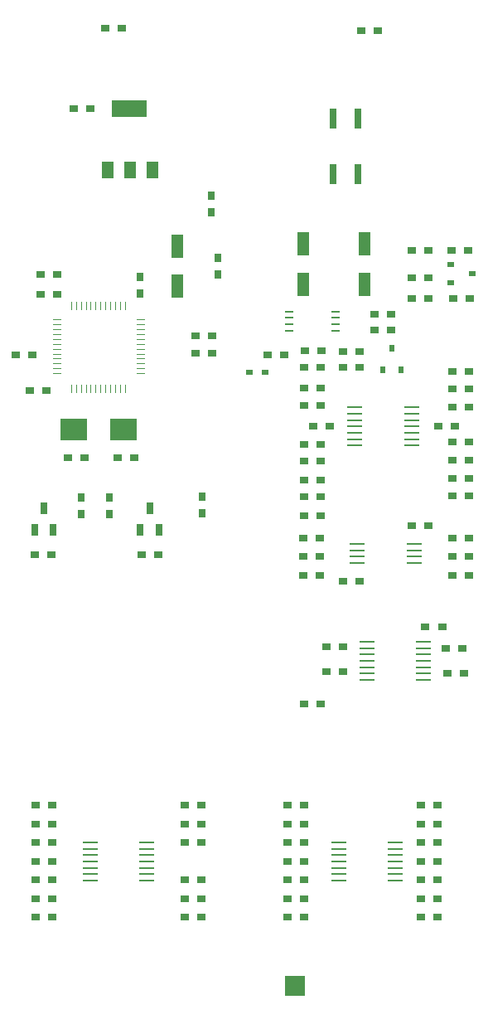
<source format=gtp>
G04 DipTrace 4.1.1.0*
G04 alps_final1.GTP*
%MOIN*%
G04 #@! TF.FileFunction,Paste,Top*
G04 #@! TF.Part,Single*
%AMOUTLINE12*
4,1,4,
-0.0125,-0.025,
0.0125,-0.025,
0.0125,0.025,
-0.0125,0.025,
-0.0125,-0.025,
0*%
%ADD63R,0.03137X0.002*%
%ADD65R,0.002X0.03137*%
%ADD71R,0.03137X0.047118*%
%ADD73R,0.11011X0.086488*%
%ADD75R,0.025465X0.019559*%
%ADD81R,0.03137X0.019559*%
%ADD83R,0.062866X0.007748*%
%ADD85R,0.032157X0.008142*%
%ADD87R,0.019559X0.03137*%
%ADD89R,0.142X0.071*%
%ADD91R,0.051X0.071*%
%ADD93R,0.03137X0.078614*%
%ADD95R,0.03137X0.035307*%
%ADD97R,0.035307X0.03137*%
%ADD99R,0.047118X0.094362*%
%ADD117OUTLINE12*%
%FSLAX26Y26*%
G04*
G70*
G90*
G75*
G01*
G04 TopPaste*
%LPD*%
D99*
X1877384Y3601694D3*
X1877381Y3763112D3*
X1632281Y3601694D3*
X1632278Y3763112D3*
D97*
X597987Y3173382D3*
X531057D3*
D99*
X1125489Y3594000D3*
X1125486Y3755417D3*
D97*
X1486714Y3316748D3*
X1553643D3*
X885332Y2905811D3*
X952261D3*
X752261D3*
X685332D3*
X641742Y3559855D3*
X574813Y3559854D3*
X774589Y4306934D3*
X707660Y4306932D3*
D95*
X975785Y3565457D3*
X975784Y3632386D3*
D97*
X1858952Y3269000D3*
X1792023D3*
X1636097Y3333360D3*
X1703026D3*
X1634277Y3266244D3*
X1701206D3*
X2297737Y2819661D3*
X2230808D3*
Y2969093D3*
X2297737D3*
X621452Y1281500D3*
X554523D3*
X2297737Y3181593D3*
X2230808D3*
X2067687Y3737299D3*
X2134616D3*
X1633106Y2746596D3*
X1700035D3*
Y2890346D3*
X1633106D3*
X1737988Y3031500D3*
X1671059D3*
X2135098Y3627500D3*
X2068169D3*
X1633106Y3115346D3*
X1700035D3*
X2242417Y3031501D3*
X2175488Y3031499D3*
X621452Y1431500D3*
X554523D3*
Y1131500D3*
X621452D3*
X1221452Y1131501D3*
X1154523Y1131499D3*
X1221452Y1431500D3*
X1154523D3*
X2171452Y1281500D3*
X2104523D3*
X1633952D3*
X1567023D3*
X1696452Y2506500D3*
X1629523D3*
D93*
X1750488Y4044000D3*
X1850488D3*
Y4268803D3*
X1750488D3*
D91*
X843257Y4060163D3*
X933257D3*
X1023257D3*
D89*
X932257Y4308163D3*
D87*
X1987988Y3344000D3*
X2025389Y3257386D3*
X1950586D3*
D85*
X1762199Y3415197D3*
Y3440787D3*
Y3466378D3*
Y3491969D3*
X1573223D3*
Y3466378D3*
Y3440787D3*
Y3415197D3*
D83*
X1837988Y3106500D3*
Y3080909D3*
Y3055319D3*
Y3029728D3*
Y3004138D3*
Y2978547D3*
X1837996Y2952957D3*
X2066334D3*
Y2978547D3*
Y3004138D3*
Y3029728D3*
Y3055319D3*
Y3080909D3*
Y3106500D3*
D81*
X2311853Y3643660D3*
X2225239Y3606259D3*
Y3681062D3*
D75*
X1415788Y3248290D3*
X1478780D3*
D73*
X907637Y3016948D3*
X708010D3*
D71*
X1012988Y2702102D3*
X1050389Y2615488D3*
X975586D3*
X587988Y2702102D3*
X625389Y2615488D3*
X550586D3*
D95*
X1225488Y2681500D3*
X1225487Y2748429D3*
D97*
X573379Y3642058D3*
X640308D3*
D95*
X1262485Y3957020D3*
Y3890091D3*
X1287988Y3706500D3*
Y3639571D3*
D97*
X1265403Y3326136D3*
X1198473Y3326134D3*
X1264914Y3394591D3*
X1197985Y3394590D3*
X1792023Y3331500D3*
X1858952D3*
X1864185Y4620496D3*
X1931114D3*
X1983952Y3419000D3*
X1917023D3*
X475488Y3319000D3*
X542417D3*
X2230808Y2894661D3*
X2297737D3*
X1046452Y2514602D3*
X979523D3*
D95*
X850488Y2677102D3*
X850487Y2744031D3*
D97*
X2297737Y2750912D3*
X2230808D3*
Y3106593D3*
X2297737D3*
X2300488Y3544000D3*
X2233559D3*
X2297737Y3250343D3*
X2230808D3*
X1983952Y3481500D3*
X1917023D3*
X901757Y4632611D3*
X834828Y4632609D3*
X1700035Y2815346D3*
X1633106D3*
X2226286Y3737579D3*
X2293215D3*
X1633106Y2671597D3*
X1700035D3*
X619237Y2514602D3*
X552308D3*
D95*
X737988Y2677102D3*
X737987Y2744031D3*
D97*
X1700035Y2959096D3*
X1633106D3*
X2066973Y3544256D3*
X2133903D3*
X1633106Y3184095D3*
X1700035Y3184097D3*
X621452Y1056500D3*
X554523D3*
X1154523D3*
X1221452D3*
X554523Y1506500D3*
X621452D3*
Y1356501D3*
X554523Y1356499D3*
Y1206500D3*
X621452D3*
X1154523Y1356500D3*
X1221452D3*
Y1506500D3*
X1154523D3*
X1221452Y1206501D3*
X1154523Y1206499D3*
X1567023Y1356500D3*
X1633952D3*
X1567023Y1506500D3*
X1633952D3*
X1567023Y1206500D3*
X1633952D3*
X1567023Y1056500D3*
X1633952D3*
X2171452Y1206501D3*
X2104523Y1206499D3*
X2171452Y1056500D3*
X2104523D3*
X2171452Y1506500D3*
X2104523D3*
X2171452Y1356500D3*
X2104523D3*
X1633952Y1431500D3*
X1567023D3*
X1633952Y1131500D3*
X1567023D3*
X2104523D3*
X2171452D3*
X2104523Y1431500D3*
X2171452D3*
X1629523Y2431500D3*
X1696452D3*
Y2581500D3*
X1629523D3*
G36*
X1636706Y741596D2*
Y821659D1*
X1556771D1*
Y741596D1*
X1636706D1*
G37*
D117*
X1614488Y781596D3*
X1581023D3*
D83*
X773815Y1358272D3*
Y1332681D3*
Y1307091D3*
Y1281500D3*
Y1255909D3*
Y1230319D3*
X773822Y1204728D3*
X1002161D3*
Y1230319D3*
Y1255909D3*
Y1281500D3*
Y1307091D3*
Y1332681D3*
Y1358272D3*
X1773815D3*
Y1332681D3*
Y1307091D3*
Y1281500D3*
Y1255909D3*
Y1230319D3*
X1773822Y1204728D3*
X2002161D3*
Y1230319D3*
Y1255909D3*
Y1281500D3*
Y1307091D3*
Y1332681D3*
Y1358272D3*
X1848815Y2557386D3*
Y2531795D3*
Y2506205D3*
Y2480614D3*
X2077161D3*
Y2506205D3*
Y2531795D3*
Y2557386D3*
D97*
X2296452Y2581500D3*
X2229523D3*
Y2431500D3*
X2296452D3*
Y2506500D3*
X2229523D3*
D65*
X700488Y3181500D3*
X720173D3*
X739858D3*
X759543D3*
X779228D3*
X798913D3*
X818598D3*
X838283D3*
X857968D3*
X877653D3*
X897338D3*
X917023D3*
D63*
X976078Y3240555D3*
Y3260240D3*
Y3279925D3*
Y3299610D3*
Y3319295D3*
Y3338980D3*
Y3358665D3*
Y3378350D3*
Y3398035D3*
Y3417720D3*
Y3437406D3*
Y3457091D3*
D65*
X917023Y3516146D3*
X897338D3*
X877653D3*
X857968D3*
X838283D3*
X818598D3*
X798913D3*
X779228D3*
X759543D3*
X739858D3*
X720173D3*
X700488D3*
D63*
X641433Y3457091D3*
Y3437406D3*
Y3417720D3*
Y3398035D3*
Y3378350D3*
Y3358665D3*
Y3338980D3*
Y3319295D3*
Y3299610D3*
Y3279925D3*
Y3260240D3*
Y3240555D3*
D97*
X1792023Y2406500D3*
X1858952D3*
X2067023Y2631500D3*
X2133952D3*
D83*
X1886315Y2164522D3*
Y2138932D3*
Y2113341D3*
Y2087751D3*
Y2062160D3*
Y2036570D3*
X1886322Y2010979D3*
X2114661D3*
Y2036570D3*
Y2062160D3*
Y2087751D3*
Y2113341D3*
Y2138932D3*
Y2164522D3*
D97*
X2210773Y2037751D3*
X2277702D3*
X2204523Y2137751D3*
X2271452D3*
X1790202Y2144000D3*
X1723273D3*
X1790202Y2044000D3*
X1723273D3*
X2189595Y2223738D3*
X2122666D3*
X1701979Y1913165D3*
X1635050D3*
M02*

</source>
